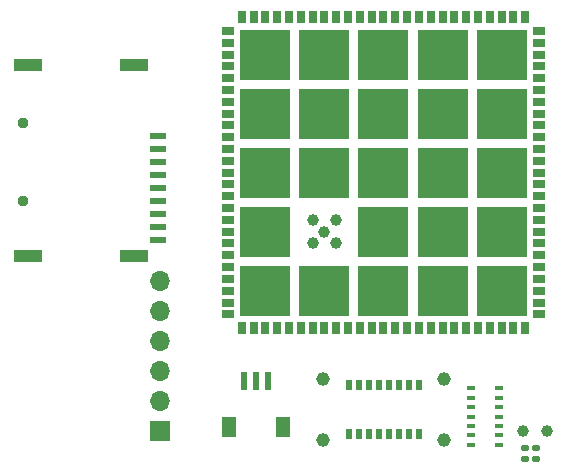
<source format=gbs>
%TF.GenerationSoftware,KiCad,Pcbnew,7.0.1*%
%TF.CreationDate,2024-02-26T17:05:23+01:00*%
%TF.ProjectId,armband,61726d62-616e-4642-9e6b-696361645f70,rev?*%
%TF.SameCoordinates,Original*%
%TF.FileFunction,Soldermask,Bot*%
%TF.FilePolarity,Negative*%
%FSLAX46Y46*%
G04 Gerber Fmt 4.6, Leading zero omitted, Abs format (unit mm)*
G04 Created by KiCad (PCBNEW 7.0.1) date 2024-02-26 17:05:23*
%MOMM*%
%LPD*%
G01*
G04 APERTURE LIST*
G04 Aperture macros list*
%AMRoundRect*
0 Rectangle with rounded corners*
0 $1 Rounding radius*
0 $2 $3 $4 $5 $6 $7 $8 $9 X,Y pos of 4 corners*
0 Add a 4 corners polygon primitive as box body*
4,1,4,$2,$3,$4,$5,$6,$7,$8,$9,$2,$3,0*
0 Add four circle primitives for the rounded corners*
1,1,$1+$1,$2,$3*
1,1,$1+$1,$4,$5*
1,1,$1+$1,$6,$7*
1,1,$1+$1,$8,$9*
0 Add four rect primitives between the rounded corners*
20,1,$1+$1,$2,$3,$4,$5,0*
20,1,$1+$1,$4,$5,$6,$7,0*
20,1,$1+$1,$6,$7,$8,$9,0*
20,1,$1+$1,$8,$9,$2,$3,0*%
G04 Aperture macros list end*
%ADD10R,1.700000X1.700000*%
%ADD11O,1.700000X1.700000*%
%ADD12C,1.000000*%
%ADD13RoundRect,0.140000X-0.170000X0.140000X-0.170000X-0.140000X0.170000X-0.140000X0.170000X0.140000X0*%
%ADD14R,0.650000X1.000000*%
%ADD15R,1.000000X0.650000*%
%ADD16R,4.300000X4.300000*%
%ADD17C,0.950000*%
%ADD18R,2.400000X1.100000*%
%ADD19R,1.400000X0.620000*%
%ADD20R,0.500000X0.900000*%
%ADD21C,1.150000*%
%ADD22R,0.750000X0.350000*%
%ADD23R,0.600000X1.550000*%
%ADD24R,1.200000X1.800000*%
G04 APERTURE END LIST*
D10*
%TO.C,J7*%
X122700000Y-84900000D03*
D11*
X122700000Y-82360000D03*
X122700000Y-79820000D03*
X122700000Y-77280000D03*
X122700000Y-74740000D03*
X122700000Y-72200000D03*
%TD*%
D12*
%TO.C,TP5*%
X153416000Y-84836000D03*
%TD*%
D13*
%TO.C,C25*%
X153600000Y-86320000D03*
X153600000Y-87280000D03*
%TD*%
D14*
%TO.C,IC1*%
X153600000Y-76175000D03*
X152600000Y-76175000D03*
X151600000Y-76175000D03*
X150600000Y-76175000D03*
X149600000Y-76175000D03*
X148600000Y-76175000D03*
X147600000Y-76175000D03*
X146600000Y-76175000D03*
X145600000Y-76175000D03*
X144600000Y-76175000D03*
X143600000Y-76175000D03*
X142600000Y-76175000D03*
X141600000Y-76175000D03*
X140600000Y-76175000D03*
X139600000Y-76175000D03*
X138600000Y-76175000D03*
X137600000Y-76175000D03*
X136600000Y-76175000D03*
X135600000Y-76175000D03*
X134600000Y-76175000D03*
X133600000Y-76175000D03*
X132600000Y-76175000D03*
X131600000Y-76175000D03*
X130600000Y-76175000D03*
X129600000Y-76175000D03*
D15*
X128425000Y-75000000D03*
X128425000Y-74000000D03*
X128425000Y-73000000D03*
X128425000Y-72000000D03*
X128425000Y-71000000D03*
X128425000Y-70000000D03*
X128425000Y-69000000D03*
X128425000Y-68000000D03*
X128425000Y-67000000D03*
X128425000Y-66000000D03*
X128425000Y-65000000D03*
X128425000Y-64000000D03*
X128425000Y-63000000D03*
X128425000Y-62000000D03*
X128425000Y-61000000D03*
X128425000Y-60000000D03*
X128425000Y-59000000D03*
X128425000Y-58000000D03*
X128425000Y-57000000D03*
X128425000Y-56000000D03*
X128425000Y-55000000D03*
X128425000Y-54000000D03*
X128425000Y-53000000D03*
X128425000Y-52000000D03*
X128425000Y-51000000D03*
D14*
X129600000Y-49825000D03*
X130600000Y-49825000D03*
X131600000Y-49825000D03*
X132600000Y-49825000D03*
X133600000Y-49825000D03*
X134600000Y-49825000D03*
X135600000Y-49825000D03*
X136600000Y-49825000D03*
X137600000Y-49825000D03*
X138600000Y-49825000D03*
X139600000Y-49825000D03*
X140600000Y-49825000D03*
X141600000Y-49825000D03*
X142600000Y-49825000D03*
X143600000Y-49825000D03*
X144600000Y-49825000D03*
X145600000Y-49825000D03*
X146600000Y-49825000D03*
X147600000Y-49825000D03*
X148600000Y-49825000D03*
X149600000Y-49825000D03*
X150600000Y-49825000D03*
X151600000Y-49825000D03*
X152600000Y-49825000D03*
X153600000Y-49825000D03*
D15*
X154775000Y-51000000D03*
X154775000Y-52000000D03*
X154775000Y-53000000D03*
X154775000Y-54000000D03*
X154775000Y-55000000D03*
X154775000Y-56000000D03*
X154775000Y-57000000D03*
X154775000Y-58000000D03*
X154775000Y-59000000D03*
X154775000Y-60000000D03*
X154775000Y-61000000D03*
X154775000Y-62000000D03*
X154775000Y-63000000D03*
X154775000Y-64000000D03*
X154775000Y-65000000D03*
X154775000Y-66000000D03*
X154775000Y-67000000D03*
X154775000Y-68000000D03*
X154775000Y-69000000D03*
X154775000Y-70000000D03*
X154775000Y-71000000D03*
X154775000Y-72000000D03*
X154775000Y-73000000D03*
X154775000Y-74000000D03*
X154775000Y-75000000D03*
D16*
X151600000Y-73000000D03*
X151600000Y-68000000D03*
X151600000Y-63000000D03*
X151600000Y-58000000D03*
X151600000Y-53000000D03*
X146600000Y-73000000D03*
X146600000Y-68000000D03*
X146600000Y-63000000D03*
X146600000Y-58000000D03*
X146600000Y-53000000D03*
X141600000Y-73000000D03*
X141600000Y-68000000D03*
X141600000Y-63000000D03*
X141600000Y-58000000D03*
X141600000Y-53000000D03*
X136600000Y-73000000D03*
X136600000Y-63000000D03*
X136600000Y-58000000D03*
X136600000Y-53000000D03*
X131600000Y-73000000D03*
X131600000Y-68000000D03*
X131600000Y-63000000D03*
X131600000Y-58000000D03*
X131600000Y-53000000D03*
D12*
X137600000Y-69000000D03*
X135600000Y-69000000D03*
X136600000Y-68000000D03*
X137600000Y-67000000D03*
X135600000Y-67000000D03*
%TD*%
D17*
%TO.C,J1*%
X111055000Y-65395000D03*
X111055000Y-58795000D03*
D18*
X120475000Y-70075000D03*
X111475000Y-70075000D03*
X111475000Y-53925000D03*
X120475000Y-53925000D03*
D19*
X122475000Y-59895000D03*
X122475000Y-60995000D03*
X122475000Y-62095000D03*
X122475000Y-63195000D03*
X122475000Y-64295000D03*
X122475000Y-65395000D03*
X122475000Y-66495000D03*
X122475000Y-67595000D03*
X122475000Y-68695000D03*
%TD*%
D20*
%TO.C,J4*%
X144604998Y-80947500D03*
X143754998Y-80947500D03*
X142904998Y-80947500D03*
X142054998Y-80947500D03*
X141204998Y-80947500D03*
X140354998Y-80947500D03*
X139504998Y-80947500D03*
X138654998Y-80947500D03*
X138654998Y-85147500D03*
X139504998Y-85147500D03*
X140354998Y-85147500D03*
X141204998Y-85147500D03*
X142054998Y-85147500D03*
X142904998Y-85147500D03*
X143754998Y-85147500D03*
X144604998Y-85147500D03*
D21*
X146749998Y-80467500D03*
X136509998Y-80467500D03*
X136509998Y-85627500D03*
X146749998Y-85627500D03*
%TD*%
D13*
%TO.C,C24*%
X154550000Y-86320000D03*
X154550000Y-87280000D03*
%TD*%
D22*
%TO.C,U1*%
X151400000Y-81250000D03*
X151400000Y-82050000D03*
X151400000Y-82850000D03*
X151400000Y-83650000D03*
X151400000Y-84450000D03*
X151400000Y-85250000D03*
X151400000Y-86050000D03*
X149000000Y-86050000D03*
X149000000Y-85250000D03*
X149000000Y-84450000D03*
X149000000Y-83650000D03*
X149000000Y-82850000D03*
X149000000Y-82050000D03*
X149000000Y-81250000D03*
%TD*%
D23*
%TO.C,J5*%
X131800000Y-80621500D03*
X130800000Y-80621500D03*
X129800000Y-80621500D03*
D24*
X133100000Y-84497500D03*
X128500000Y-84497500D03*
%TD*%
D12*
%TO.C,TP7*%
X155448000Y-84836000D03*
%TD*%
M02*

</source>
